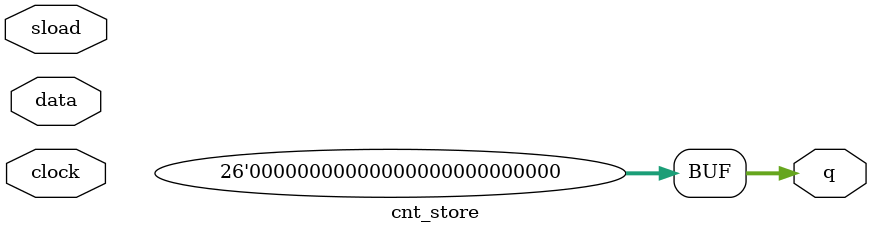
<source format=v>
module cnt_store(	// file.cleaned.mlir:2:3
  input         clock,	// file.cleaned.mlir:2:27
  input  [25:0] data,	// file.cleaned.mlir:2:43
  input         sload,	// file.cleaned.mlir:2:59
  output [25:0] q	// file.cleaned.mlir:2:76
);

  assign q = 26'h0;	// file.cleaned.mlir:3:15, :4:5
endmodule


</source>
